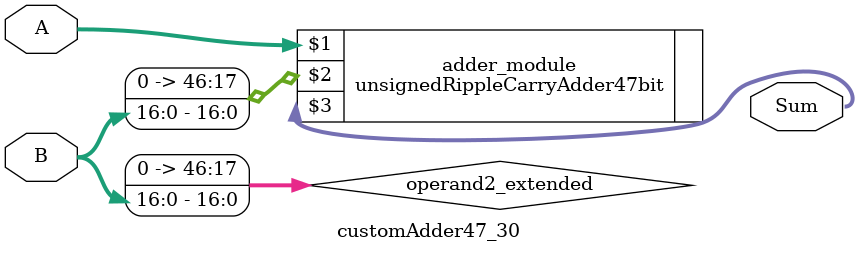
<source format=v>
module customAdder47_30(
                        input [46 : 0] A,
                        input [16 : 0] B,
                        
                        output [47 : 0] Sum
                );

        wire [46 : 0] operand2_extended;
        
        assign operand2_extended =  {30'b0, B};
        
        unsignedRippleCarryAdder47bit adder_module(
            A,
            operand2_extended,
            Sum
        );
        
        endmodule
        
</source>
